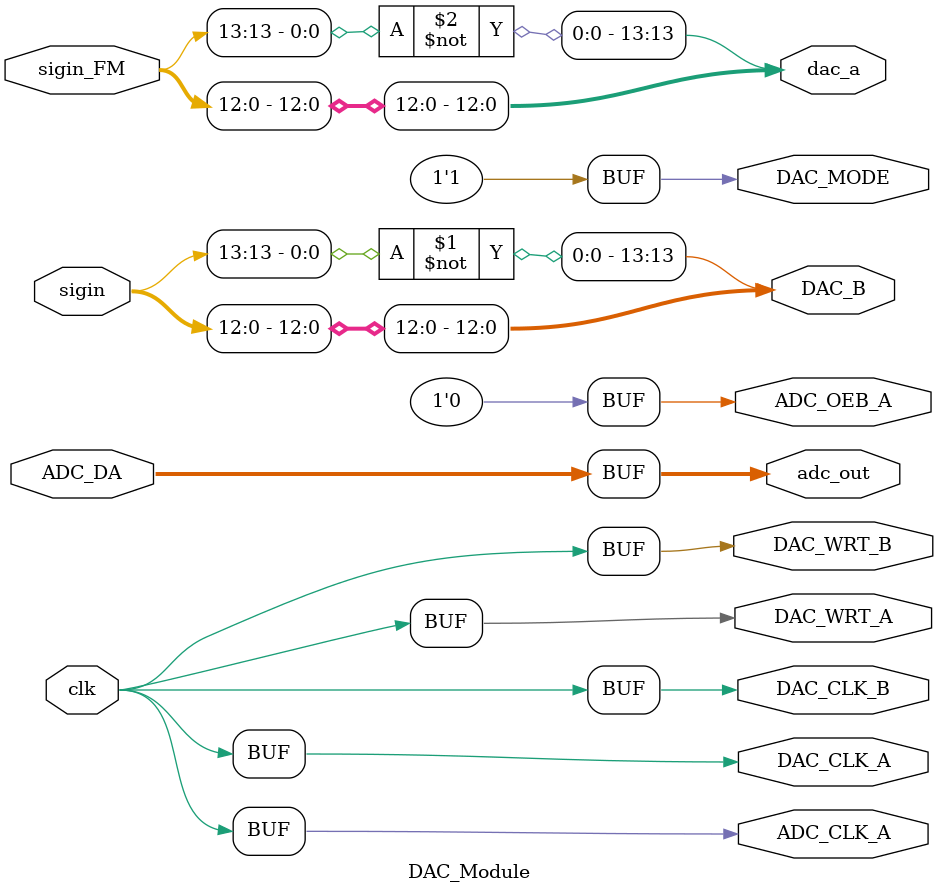
<source format=v>
module DAC_Module(clk, dac_a,sigin,sigin_FM, DAC_WRT_A, DAC_WRT_B, DAC_MODE, DAC_CLK_A, DAC_CLK_B, DAC_B, ADC_DA, ADC_OEB_A, ADC_CLK_A, adc_out); 

output [13:0] dac_a; // GPIO Connection 0
			// GPIO Connection 1
			output [13:0] adc_out;
			input [13:0] ADC_DA;
			output ADC_OEB_A;
			output ADC_CLK_A;


input [13:0] sigin;
input [13:0] sigin_FM;
input clk;
output DAC_CLK_A;
output DAC_CLK_B;
output DAC_MODE;
output DAC_WRT_A;
output DAC_WRT_B;
output [13:0] DAC_B;





assign DAC_WRT_A = clk; //Input write signal for PORT A
assign DAC_WRT_B = clk; //Input write signal for PORT B 

assign DAC_MODE = 1; //Mode select. 1 = dual port, 0 interleaved.


assign DAC_CLK_A = clk; //PLL clock to DAC A
assign DAC_CLK_B = clk; //PLL Clock to DAC B 


assign DAC_B = {~sigin[13],sigin[12:0]};
assign dac_a = {~sigin_FM[13],sigin_FM[12:0]};


assign ADC_CLK_A = clk;//PLL clock to ADC_A

assign ADC_OEB_A = 0;//ADC_OEA

assign adc_out = {ADC_DA [13], ADC_DA[12:0]};


endmodule
</source>
